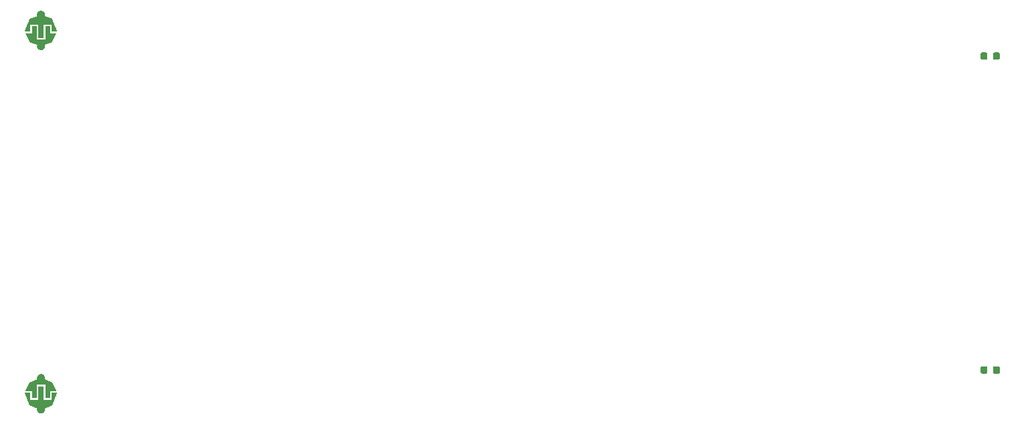
<source format=gbr>
%TF.GenerationSoftware,KiCad,Pcbnew,(5.1.8)-1*%
%TF.CreationDate,2023-04-23T23:39:47+09:00*%
%TF.ProjectId,face,66616365-2e6b-4696-9361-645f70636258,rev?*%
%TF.SameCoordinates,Original*%
%TF.FileFunction,Soldermask,Bot*%
%TF.FilePolarity,Negative*%
%FSLAX46Y46*%
G04 Gerber Fmt 4.6, Leading zero omitted, Abs format (unit mm)*
G04 Created by KiCad (PCBNEW (5.1.8)-1) date 2023-04-23 23:39:47*
%MOMM*%
%LPD*%
G01*
G04 APERTURE LIST*
%ADD10C,0.100000*%
G04 APERTURE END LIST*
%TO.C,D1*%
G36*
G01*
X201350000Y-78506250D02*
X201350000Y-77993750D01*
G75*
G02*
X201568750Y-77775000I218750J0D01*
G01*
X202006250Y-77775000D01*
G75*
G02*
X202225000Y-77993750I0J-218750D01*
G01*
X202225000Y-78506250D01*
G75*
G02*
X202006250Y-78725000I-218750J0D01*
G01*
X201568750Y-78725000D01*
G75*
G02*
X201350000Y-78506250I0J218750D01*
G01*
G37*
G36*
G01*
X199775000Y-78506250D02*
X199775000Y-77993750D01*
G75*
G02*
X199993750Y-77775000I218750J0D01*
G01*
X200431250Y-77775000D01*
G75*
G02*
X200650000Y-77993750I0J-218750D01*
G01*
X200650000Y-78506250D01*
G75*
G02*
X200431250Y-78725000I-218750J0D01*
G01*
X199993750Y-78725000D01*
G75*
G02*
X199775000Y-78506250I0J218750D01*
G01*
G37*
%TD*%
%TO.C,D2*%
G36*
G01*
X199775000Y-118256250D02*
X199775000Y-117743750D01*
G75*
G02*
X199993750Y-117525000I218750J0D01*
G01*
X200431250Y-117525000D01*
G75*
G02*
X200650000Y-117743750I0J-218750D01*
G01*
X200650000Y-118256250D01*
G75*
G02*
X200431250Y-118475000I-218750J0D01*
G01*
X199993750Y-118475000D01*
G75*
G02*
X199775000Y-118256250I0J218750D01*
G01*
G37*
G36*
G01*
X201350000Y-118256250D02*
X201350000Y-117743750D01*
G75*
G02*
X201568750Y-117525000I218750J0D01*
G01*
X202006250Y-117525000D01*
G75*
G02*
X202225000Y-117743750I0J-218750D01*
G01*
X202225000Y-118256250D01*
G75*
G02*
X202006250Y-118475000I-218750J0D01*
G01*
X201568750Y-118475000D01*
G75*
G02*
X201350000Y-118256250I0J218750D01*
G01*
G37*
%TD*%
D10*
%TO.C,J1*%
G36*
X78950961Y-75090245D02*
G01*
X78953576Y-75081430D01*
X79553576Y-73581430D01*
X79558091Y-73572730D01*
X79564216Y-73565078D01*
X79571717Y-73558768D01*
X79580304Y-73554043D01*
X80523568Y-73149787D01*
X80514984Y-73121490D01*
X80505412Y-73073365D01*
X80500602Y-73024534D01*
X80500602Y-72975466D01*
X80505412Y-72926635D01*
X80514984Y-72878510D01*
X80529228Y-72831555D01*
X80548005Y-72786222D01*
X80571136Y-72742949D01*
X80598396Y-72702150D01*
X80629524Y-72664221D01*
X80664221Y-72629524D01*
X80702150Y-72598396D01*
X80742949Y-72571136D01*
X80786222Y-72548005D01*
X80831555Y-72529228D01*
X80878510Y-72514984D01*
X80926635Y-72505412D01*
X80975466Y-72500602D01*
X81024534Y-72500602D01*
X81073365Y-72505412D01*
X81121490Y-72514984D01*
X81168445Y-72529228D01*
X81213778Y-72548005D01*
X81257051Y-72571136D01*
X81297850Y-72598396D01*
X81335779Y-72629524D01*
X81370476Y-72664221D01*
X81401604Y-72702150D01*
X81428864Y-72742949D01*
X81451995Y-72786222D01*
X81470772Y-72831555D01*
X81485016Y-72878510D01*
X81494588Y-72926635D01*
X81499398Y-72975466D01*
X81499398Y-73024534D01*
X81494588Y-73073365D01*
X81485016Y-73121490D01*
X81476432Y-73149787D01*
X82419696Y-73554043D01*
X82428283Y-73558768D01*
X82435784Y-73565078D01*
X82441909Y-73572730D01*
X82446424Y-73581430D01*
X83046424Y-75081430D01*
X83049155Y-75090844D01*
X83049996Y-75100610D01*
X83048917Y-75110352D01*
X83045957Y-75119696D01*
X83041232Y-75128283D01*
X83034922Y-75135784D01*
X83027270Y-75141909D01*
X83018570Y-75146424D01*
X83009156Y-75149155D01*
X83000000Y-75150000D01*
X82400000Y-75150000D01*
X82390245Y-75149039D01*
X82380866Y-75146194D01*
X82372221Y-75141573D01*
X82364645Y-75135355D01*
X82358427Y-75127779D01*
X82353806Y-75119134D01*
X82350961Y-75109755D01*
X82350000Y-75100000D01*
X82350000Y-74250000D01*
X81350000Y-74250000D01*
X81350000Y-75900000D01*
X81349039Y-75909755D01*
X81346194Y-75919134D01*
X81341573Y-75927779D01*
X81335355Y-75935355D01*
X81327779Y-75941573D01*
X81319134Y-75946194D01*
X81309755Y-75949039D01*
X81300000Y-75950000D01*
X80700000Y-75950000D01*
X80690245Y-75949039D01*
X80680866Y-75946194D01*
X80672221Y-75941573D01*
X80664645Y-75935355D01*
X80658427Y-75927779D01*
X80653806Y-75919134D01*
X80650961Y-75909755D01*
X80650000Y-75900000D01*
X80650000Y-74250000D01*
X79650000Y-74250000D01*
X79650000Y-75100000D01*
X79649039Y-75109755D01*
X79646194Y-75119134D01*
X79641573Y-75127779D01*
X79635355Y-75135355D01*
X79627779Y-75141573D01*
X79619134Y-75146194D01*
X79609755Y-75149039D01*
X79600000Y-75150000D01*
X79000000Y-75150000D01*
X78990245Y-75149039D01*
X78980866Y-75146194D01*
X78972221Y-75141573D01*
X78964645Y-75135355D01*
X78958427Y-75127779D01*
X78953806Y-75119134D01*
X78950961Y-75109755D01*
X78950000Y-75100000D01*
X78950961Y-75090245D01*
G37*
G36*
X79050393Y-75393746D02*
G01*
X79052566Y-75384189D01*
X79056562Y-75375238D01*
X79062227Y-75367240D01*
X79069344Y-75360500D01*
X79077639Y-75355279D01*
X79086794Y-75351776D01*
X79100000Y-75350000D01*
X79850000Y-75350000D01*
X79850000Y-74500000D01*
X79850961Y-74490245D01*
X79853806Y-74480866D01*
X79858427Y-74472221D01*
X79864645Y-74464645D01*
X79872221Y-74458427D01*
X79880866Y-74453806D01*
X79890245Y-74450961D01*
X79900000Y-74450000D01*
X80400000Y-74450000D01*
X80409755Y-74450961D01*
X80419134Y-74453806D01*
X80427779Y-74458427D01*
X80435355Y-74464645D01*
X80441573Y-74472221D01*
X80446194Y-74480866D01*
X80449039Y-74490245D01*
X80450000Y-74500000D01*
X80450000Y-76150000D01*
X81550000Y-76150000D01*
X81550000Y-74500000D01*
X81550961Y-74490245D01*
X81553806Y-74480866D01*
X81558427Y-74472221D01*
X81564645Y-74464645D01*
X81572221Y-74458427D01*
X81580866Y-74453806D01*
X81590245Y-74450961D01*
X81600000Y-74450000D01*
X82100000Y-74450000D01*
X82109755Y-74450961D01*
X82119134Y-74453806D01*
X82127779Y-74458427D01*
X82135355Y-74464645D01*
X82141573Y-74472221D01*
X82146194Y-74480866D01*
X82149039Y-74490245D01*
X82150000Y-74500000D01*
X82150000Y-75350000D01*
X82900000Y-75350000D01*
X82909755Y-75350961D01*
X82919134Y-75353806D01*
X82927779Y-75358427D01*
X82935355Y-75364645D01*
X82941573Y-75372221D01*
X82946194Y-75380866D01*
X82949039Y-75390245D01*
X82950000Y-75400000D01*
X82949039Y-75409755D01*
X82944721Y-75422361D01*
X82444721Y-76422361D01*
X82439500Y-76430656D01*
X82432760Y-76437773D01*
X82424762Y-76443438D01*
X82419696Y-76445957D01*
X81476432Y-76850213D01*
X81485016Y-76878510D01*
X81494588Y-76926635D01*
X81499398Y-76975466D01*
X81499398Y-77024534D01*
X81494588Y-77073365D01*
X81485016Y-77121490D01*
X81470772Y-77168445D01*
X81451995Y-77213778D01*
X81428864Y-77257051D01*
X81401604Y-77297850D01*
X81370476Y-77335779D01*
X81335779Y-77370476D01*
X81297850Y-77401604D01*
X81257051Y-77428864D01*
X81213778Y-77451995D01*
X81168445Y-77470772D01*
X81121490Y-77485016D01*
X81073365Y-77494588D01*
X81024534Y-77499398D01*
X80975466Y-77499398D01*
X80926635Y-77494588D01*
X80878510Y-77485016D01*
X80831555Y-77470772D01*
X80786222Y-77451995D01*
X80742949Y-77428864D01*
X80702150Y-77401604D01*
X80664221Y-77370476D01*
X80629524Y-77335779D01*
X80598396Y-77297850D01*
X80571136Y-77257051D01*
X80548005Y-77213778D01*
X80529228Y-77168445D01*
X80514984Y-77121490D01*
X80505412Y-77073365D01*
X80500602Y-77024534D01*
X80500602Y-76975466D01*
X80505412Y-76926635D01*
X80514984Y-76878510D01*
X80523568Y-76850213D01*
X79580304Y-76445957D01*
X79571717Y-76441232D01*
X79564216Y-76434922D01*
X79558091Y-76427270D01*
X79555279Y-76422361D01*
X79055279Y-75422361D01*
X79051776Y-75413206D01*
X79050126Y-75403544D01*
X79050393Y-75393746D01*
G37*
%TD*%
%TO.C,J2*%
G36*
X82949607Y-120606254D02*
G01*
X82947434Y-120615811D01*
X82943438Y-120624762D01*
X82937773Y-120632760D01*
X82930656Y-120639500D01*
X82922361Y-120644721D01*
X82913206Y-120648224D01*
X82900000Y-120650000D01*
X82150000Y-120650000D01*
X82150000Y-121500000D01*
X82149039Y-121509755D01*
X82146194Y-121519134D01*
X82141573Y-121527779D01*
X82135355Y-121535355D01*
X82127779Y-121541573D01*
X82119134Y-121546194D01*
X82109755Y-121549039D01*
X82100000Y-121550000D01*
X81600000Y-121550000D01*
X81590245Y-121549039D01*
X81580866Y-121546194D01*
X81572221Y-121541573D01*
X81564645Y-121535355D01*
X81558427Y-121527779D01*
X81553806Y-121519134D01*
X81550961Y-121509755D01*
X81550000Y-121500000D01*
X81550000Y-119850000D01*
X80450000Y-119850000D01*
X80450000Y-121500000D01*
X80449039Y-121509755D01*
X80446194Y-121519134D01*
X80441573Y-121527779D01*
X80435355Y-121535355D01*
X80427779Y-121541573D01*
X80419134Y-121546194D01*
X80409755Y-121549039D01*
X80400000Y-121550000D01*
X79900000Y-121550000D01*
X79890245Y-121549039D01*
X79880866Y-121546194D01*
X79872221Y-121541573D01*
X79864645Y-121535355D01*
X79858427Y-121527779D01*
X79853806Y-121519134D01*
X79850961Y-121509755D01*
X79850000Y-121500000D01*
X79850000Y-120650000D01*
X79100000Y-120650000D01*
X79090245Y-120649039D01*
X79080866Y-120646194D01*
X79072221Y-120641573D01*
X79064645Y-120635355D01*
X79058427Y-120627779D01*
X79053806Y-120619134D01*
X79050961Y-120609755D01*
X79050000Y-120600000D01*
X79050961Y-120590245D01*
X79055279Y-120577639D01*
X79555279Y-119577639D01*
X79560500Y-119569344D01*
X79567240Y-119562227D01*
X79575238Y-119556562D01*
X79580304Y-119554043D01*
X80523568Y-119149787D01*
X80514984Y-119121490D01*
X80505412Y-119073365D01*
X80500602Y-119024534D01*
X80500602Y-118975466D01*
X80505412Y-118926635D01*
X80514984Y-118878510D01*
X80529228Y-118831555D01*
X80548005Y-118786222D01*
X80571136Y-118742949D01*
X80598396Y-118702150D01*
X80629524Y-118664221D01*
X80664221Y-118629524D01*
X80702150Y-118598396D01*
X80742949Y-118571136D01*
X80786222Y-118548005D01*
X80831555Y-118529228D01*
X80878510Y-118514984D01*
X80926635Y-118505412D01*
X80975466Y-118500602D01*
X81024534Y-118500602D01*
X81073365Y-118505412D01*
X81121490Y-118514984D01*
X81168445Y-118529228D01*
X81213778Y-118548005D01*
X81257051Y-118571136D01*
X81297850Y-118598396D01*
X81335779Y-118629524D01*
X81370476Y-118664221D01*
X81401604Y-118702150D01*
X81428864Y-118742949D01*
X81451995Y-118786222D01*
X81470772Y-118831555D01*
X81485016Y-118878510D01*
X81494588Y-118926635D01*
X81499398Y-118975466D01*
X81499398Y-119024534D01*
X81494588Y-119073365D01*
X81485016Y-119121490D01*
X81476432Y-119149787D01*
X82419696Y-119554043D01*
X82428283Y-119558768D01*
X82435784Y-119565078D01*
X82441909Y-119572730D01*
X82444721Y-119577639D01*
X82944721Y-120577639D01*
X82948224Y-120586794D01*
X82949874Y-120596456D01*
X82949607Y-120606254D01*
G37*
G36*
X83049039Y-120909755D02*
G01*
X83046424Y-120918570D01*
X82446424Y-122418570D01*
X82441909Y-122427270D01*
X82435784Y-122434922D01*
X82428283Y-122441232D01*
X82419696Y-122445957D01*
X81476432Y-122850213D01*
X81485016Y-122878510D01*
X81494588Y-122926635D01*
X81499398Y-122975466D01*
X81499398Y-123024534D01*
X81494588Y-123073365D01*
X81485016Y-123121490D01*
X81470772Y-123168445D01*
X81451995Y-123213778D01*
X81428864Y-123257051D01*
X81401604Y-123297850D01*
X81370476Y-123335779D01*
X81335779Y-123370476D01*
X81297850Y-123401604D01*
X81257051Y-123428864D01*
X81213778Y-123451995D01*
X81168445Y-123470772D01*
X81121490Y-123485016D01*
X81073365Y-123494588D01*
X81024534Y-123499398D01*
X80975466Y-123499398D01*
X80926635Y-123494588D01*
X80878510Y-123485016D01*
X80831555Y-123470772D01*
X80786222Y-123451995D01*
X80742949Y-123428864D01*
X80702150Y-123401604D01*
X80664221Y-123370476D01*
X80629524Y-123335779D01*
X80598396Y-123297850D01*
X80571136Y-123257051D01*
X80548005Y-123213778D01*
X80529228Y-123168445D01*
X80514984Y-123121490D01*
X80505412Y-123073365D01*
X80500602Y-123024534D01*
X80500602Y-122975466D01*
X80505412Y-122926635D01*
X80514984Y-122878510D01*
X80523568Y-122850213D01*
X79580304Y-122445957D01*
X79571717Y-122441232D01*
X79564216Y-122434922D01*
X79558091Y-122427270D01*
X79553576Y-122418570D01*
X78953576Y-120918570D01*
X78950845Y-120909156D01*
X78950004Y-120899390D01*
X78951083Y-120889648D01*
X78954043Y-120880304D01*
X78958768Y-120871717D01*
X78965078Y-120864216D01*
X78972730Y-120858091D01*
X78981430Y-120853576D01*
X78990844Y-120850845D01*
X79000000Y-120850000D01*
X79600000Y-120850000D01*
X79609755Y-120850961D01*
X79619134Y-120853806D01*
X79627779Y-120858427D01*
X79635355Y-120864645D01*
X79641573Y-120872221D01*
X79646194Y-120880866D01*
X79649039Y-120890245D01*
X79650000Y-120900000D01*
X79650000Y-121750000D01*
X80650000Y-121750000D01*
X80650000Y-120100000D01*
X80650961Y-120090245D01*
X80653806Y-120080866D01*
X80658427Y-120072221D01*
X80664645Y-120064645D01*
X80672221Y-120058427D01*
X80680866Y-120053806D01*
X80690245Y-120050961D01*
X80700000Y-120050000D01*
X81300000Y-120050000D01*
X81309755Y-120050961D01*
X81319134Y-120053806D01*
X81327779Y-120058427D01*
X81335355Y-120064645D01*
X81341573Y-120072221D01*
X81346194Y-120080866D01*
X81349039Y-120090245D01*
X81350000Y-120100000D01*
X81350000Y-121750000D01*
X82350000Y-121750000D01*
X82350000Y-120900000D01*
X82350961Y-120890245D01*
X82353806Y-120880866D01*
X82358427Y-120872221D01*
X82364645Y-120864645D01*
X82372221Y-120858427D01*
X82380866Y-120853806D01*
X82390245Y-120850961D01*
X82400000Y-120850000D01*
X83000000Y-120850000D01*
X83009755Y-120850961D01*
X83019134Y-120853806D01*
X83027779Y-120858427D01*
X83035355Y-120864645D01*
X83041573Y-120872221D01*
X83046194Y-120880866D01*
X83049039Y-120890245D01*
X83050000Y-120900000D01*
X83049039Y-120909755D01*
G37*
%TD*%
M02*

</source>
